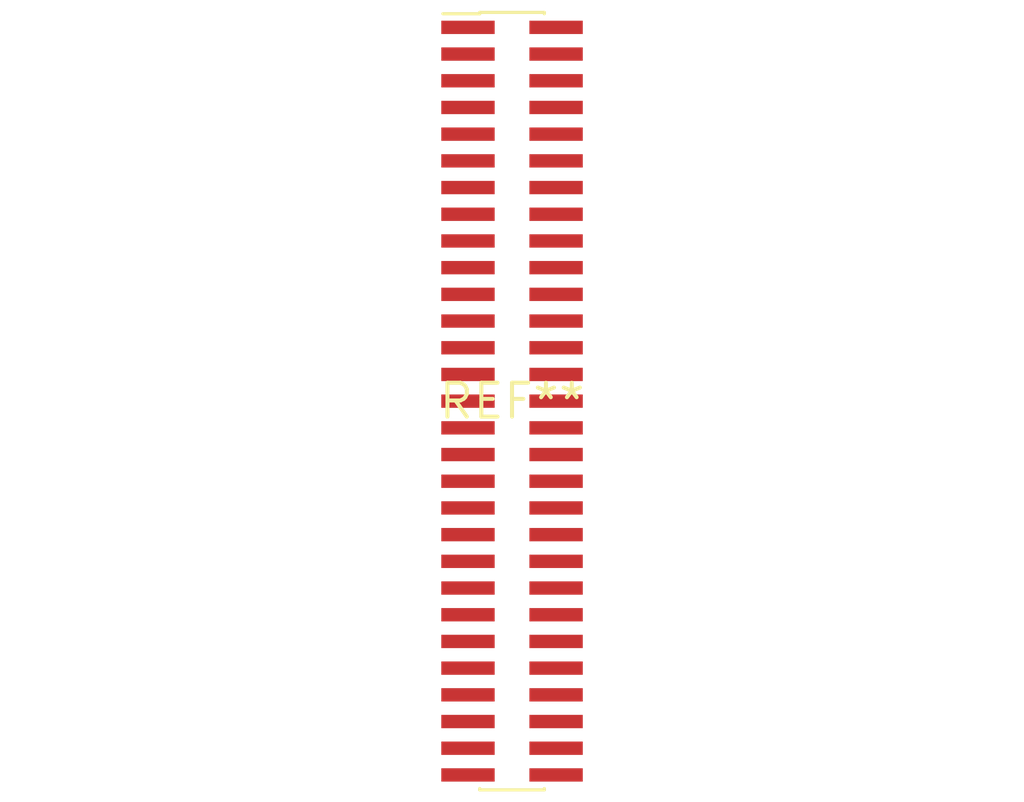
<source format=kicad_pcb>
(kicad_pcb (version 20240108) (generator pcbnew)
  (layers (0 "F.Cu" signal) (31 "B.Cu" signal) (34 "B.Paste" user) (35 "F.Paste" user) (36 "B.SilkS" user "B.Silkscreen") (37 "F.SilkS" user "F.Silkscreen") (38 "B.Mask" user) (39 "F.Mask" user) (44 "Edge.Cuts" user))
  (net 0 "")
  (footprint "PinHeader_2x29_P1.00mm_Vertical_SMD" (layer "F.Cu") (at 0 0)
    (property "Reference" "REF**")
    (property "Value" "PinHeader_2x29_P1.00mm_Vertical_SMD")
    (fp_line (start -2.59 -14.51) (end -1.21 -14.51) (layer "F.SilkS") (stroke (width 0.12)))
    (fp_line (start -1.21 -14.56) (end -1.21 -14.51) (layer "F.SilkS") (stroke (width 0.12)))
    (fp_line (start -1.21 -14.56) (end 1.21 -14.56) (layer "F.SilkS") (stroke (width 0.12)))
    (fp_line (start -1.21 14.51) (end -1.21 14.56) (layer "F.SilkS") (stroke (width 0.12)))
    (fp_line (start -1.21 14.56) (end 1.21 14.56) (layer "F.SilkS") (stroke (width 0.12)))
    (fp_line (start 1.21 -14.56) (end 1.21 -14.51) (layer "F.SilkS") (stroke (width 0.12)))
    (fp_line (start 1.21 14.51) (end 1.21 14.56) (layer "F.SilkS") (stroke (width 0.12)))
    (pad "1" smd rect (at -1.65 -14) (size 2 0.5) (layers "F.Cu" "F.Paste" "F.Mask"))
    (pad "2" smd rect (at 1.65 -14) (size 2 0.5) (layers "F.Cu" "F.Paste" "F.Mask"))
    (pad "3" smd rect (at -1.65 -13) (size 2 0.5) (layers "F.Cu" "F.Paste" "F.Mask"))
    (pad "4" smd rect (at 1.65 -13) (size 2 0.5) (layers "F.Cu" "F.Paste" "F.Mask"))
    (pad "5" smd rect (at -1.65 -12) (size 2 0.5) (layers "F.Cu" "F.Paste" "F.Mask"))
    (pad "6" smd rect (at 1.65 -12) (size 2 0.5) (layers "F.Cu" "F.Paste" "F.Mask"))
    (pad "7" smd rect (at -1.65 -11) (size 2 0.5) (layers "F.Cu" "F.Paste" "F.Mask"))
    (pad "8" smd rect (at 1.65 -11) (size 2 0.5) (layers "F.Cu" "F.Paste" "F.Mask"))
    (pad "9" smd rect (at -1.65 -10) (size 2 0.5) (layers "F.Cu" "F.Paste" "F.Mask"))
    (pad "10" smd rect (at 1.65 -10) (size 2 0.5) (layers "F.Cu" "F.Paste" "F.Mask"))
    (pad "11" smd rect (at -1.65 -9) (size 2 0.5) (layers "F.Cu" "F.Paste" "F.Mask"))
    (pad "12" smd rect (at 1.65 -9) (size 2 0.5) (layers "F.Cu" "F.Paste" "F.Mask"))
    (pad "13" smd rect (at -1.65 -8) (size 2 0.5) (layers "F.Cu" "F.Paste" "F.Mask"))
    (pad "14" smd rect (at 1.65 -8) (size 2 0.5) (layers "F.Cu" "F.Paste" "F.Mask"))
    (pad "15" smd rect (at -1.65 -7) (size 2 0.5) (layers "F.Cu" "F.Paste" "F.Mask"))
    (pad "16" smd rect (at 1.65 -7) (size 2 0.5) (layers "F.Cu" "F.Paste" "F.Mask"))
    (pad "17" smd rect (at -1.65 -6) (size 2 0.5) (layers "F.Cu" "F.Paste" "F.Mask"))
    (pad "18" smd rect (at 1.65 -6) (size 2 0.5) (layers "F.Cu" "F.Paste" "F.Mask"))
    (pad "19" smd rect (at -1.65 -5) (size 2 0.5) (layers "F.Cu" "F.Paste" "F.Mask"))
    (pad "20" smd rect (at 1.65 -5) (size 2 0.5) (layers "F.Cu" "F.Paste" "F.Mask"))
    (pad "21" smd rect (at -1.65 -4) (size 2 0.5) (layers "F.Cu" "F.Paste" "F.Mask"))
    (pad "22" smd rect (at 1.65 -4) (size 2 0.5) (layers "F.Cu" "F.Paste" "F.Mask"))
    (pad "23" smd rect (at -1.65 -3) (size 2 0.5) (layers "F.Cu" "F.Paste" "F.Mask"))
    (pad "24" smd rect (at 1.65 -3) (size 2 0.5) (layers "F.Cu" "F.Paste" "F.Mask"))
    (pad "25" smd rect (at -1.65 -2) (size 2 0.5) (layers "F.Cu" "F.Paste" "F.Mask"))
    (pad "26" smd rect (at 1.65 -2) (size 2 0.5) (layers "F.Cu" "F.Paste" "F.Mask"))
    (pad "27" smd rect (at -1.65 -1) (size 2 0.5) (layers "F.Cu" "F.Paste" "F.Mask"))
    (pad "28" smd rect (at 1.65 -1) (size 2 0.5) (layers "F.Cu" "F.Paste" "F.Mask"))
    (pad "29" smd rect (at -1.65 0) (size 2 0.5) (layers "F.Cu" "F.Paste" "F.Mask"))
    (pad "30" smd rect (at 1.65 0) (size 2 0.5) (layers "F.Cu" "F.Paste" "F.Mask"))
    (pad "31" smd rect (at -1.65 1) (size 2 0.5) (layers "F.Cu" "F.Paste" "F.Mask"))
    (pad "32" smd rect (at 1.65 1) (size 2 0.5) (layers "F.Cu" "F.Paste" "F.Mask"))
    (pad "33" smd rect (at -1.65 2) (size 2 0.5) (layers "F.Cu" "F.Paste" "F.Mask"))
    (pad "34" smd rect (at 1.65 2) (size 2 0.5) (layers "F.Cu" "F.Paste" "F.Mask"))
    (pad "35" smd rect (at -1.65 3) (size 2 0.5) (layers "F.Cu" "F.Paste" "F.Mask"))
    (pad "36" smd rect (at 1.65 3) (size 2 0.5) (layers "F.Cu" "F.Paste" "F.Mask"))
    (pad "37" smd rect (at -1.65 4) (size 2 0.5) (layers "F.Cu" "F.Paste" "F.Mask"))
    (pad "38" smd rect (at 1.65 4) (size 2 0.5) (layers "F.Cu" "F.Paste" "F.Mask"))
    (pad "39" smd rect (at -1.65 5) (size 2 0.5) (layers "F.Cu" "F.Paste" "F.Mask"))
    (pad "40" smd rect (at 1.65 5) (size 2 0.5) (layers "F.Cu" "F.Paste" "F.Mask"))
    (pad "41" smd rect (at -1.65 6) (size 2 0.5) (layers "F.Cu" "F.Paste" "F.Mask"))
    (pad "42" smd rect (at 1.65 6) (size 2 0.5) (layers "F.Cu" "F.Paste" "F.Mask"))
    (pad "43" smd rect (at -1.65 7) (size 2 0.5) (layers "F.Cu" "F.Paste" "F.Mask"))
    (pad "44" smd rect (at 1.65 7) (size 2 0.5) (layers "F.Cu" "F.Paste" "F.Mask"))
    (pad "45" smd rect (at -1.65 8) (size 2 0.5) (layers "F.Cu" "F.Paste" "F.Mask"))
    (pad "46" smd rect (at 1.65 8) (size 2 0.5) (layers "F.Cu" "F.Paste" "F.Mask"))
    (pad "47" smd rect (at -1.65 9) (size 2 0.5) (layers "F.Cu" "F.Paste" "F.Mask"))
    (pad "48" smd rect (at 1.65 9) (size 2 0.5) (layers "F.Cu" "F.Paste" "F.Mask"))
    (pad "49" smd rect (at -1.65 10) (size 2 0.5) (layers "F.Cu" "F.Paste" "F.Mask"))
    (pad "50" smd rect (at 1.65 10) (size 2 0.5) (layers "F.Cu" "F.Paste" "F.Mask"))
    (pad "51" smd rect (at -1.65 11) (size 2 0.5) (layers "F.Cu" "F.Paste" "F.Mask"))
    (pad "52" smd rect (at 1.65 11) (size 2 0.5) (layers "F.Cu" "F.Paste" "F.Mask"))
    (pad "53" smd rect (at -1.65 12) (size 2 0.5) (layers "F.Cu" "F.Paste" "F.Mask"))
    (pad "54" smd rect (at 1.65 12) (size 2 0.5) (layers "F.Cu" "F.Paste" "F.Mask"))
    (pad "55" smd rect (at -1.65 13) (size 2 0.5) (layers "F.Cu" "F.Paste" "F.Mask"))
    (pad "56" smd rect (at 1.65 13) (size 2 0.5) (layers "F.Cu" "F.Paste" "F.Mask"))
    (pad "57" smd rect (at -1.65 14) (size 2 0.5) (layers "F.Cu" "F.Paste" "F.Mask"))
    (pad "58" smd rect (at 1.65 14) (size 2 0.5) (layers "F.Cu" "F.Paste" "F.Mask"))
  )
)
</source>
